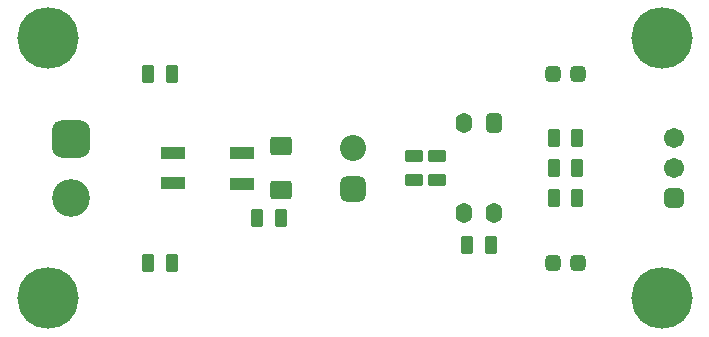
<source format=gts>
G04*
G04 #@! TF.GenerationSoftware,Altium Limited,Altium Designer,21.2.1 (34)*
G04*
G04 Layer_Color=8388736*
%FSTAX24Y24*%
%MOIN*%
G70*
G04*
G04 #@! TF.SameCoordinates,4D214268-C68C-41DA-8F6C-8B02532A8417*
G04*
G04*
G04 #@! TF.FilePolarity,Negative*
G04*
G01*
G75*
G04:AMPARAMS|DCode=22|XSize=59.1mil|YSize=39.4mil|CornerRadius=5.5mil|HoleSize=0mil|Usage=FLASHONLY|Rotation=90.000|XOffset=0mil|YOffset=0mil|HoleType=Round|Shape=RoundedRectangle|*
%AMROUNDEDRECTD22*
21,1,0.0591,0.0283,0,0,90.0*
21,1,0.0480,0.0394,0,0,90.0*
1,1,0.0110,0.0142,0.0240*
1,1,0.0110,0.0142,-0.0240*
1,1,0.0110,-0.0142,-0.0240*
1,1,0.0110,-0.0142,0.0240*
%
%ADD22ROUNDEDRECTD22*%
%ADD23R,0.0789X0.0415*%
G04:AMPARAMS|DCode=24|XSize=71.8mil|YSize=61.9mil|CornerRadius=9.4mil|HoleSize=0mil|Usage=FLASHONLY|Rotation=0.000|XOffset=0mil|YOffset=0mil|HoleType=Round|Shape=RoundedRectangle|*
%AMROUNDEDRECTD24*
21,1,0.0718,0.0432,0,0,0.0*
21,1,0.0530,0.0619,0,0,0.0*
1,1,0.0188,0.0265,-0.0216*
1,1,0.0188,-0.0265,-0.0216*
1,1,0.0188,-0.0265,0.0216*
1,1,0.0188,0.0265,0.0216*
%
%ADD24ROUNDEDRECTD24*%
G04:AMPARAMS|DCode=25|XSize=59.1mil|YSize=39.4mil|CornerRadius=5.5mil|HoleSize=0mil|Usage=FLASHONLY|Rotation=180.000|XOffset=0mil|YOffset=0mil|HoleType=Round|Shape=RoundedRectangle|*
%AMROUNDEDRECTD25*
21,1,0.0591,0.0283,0,0,180.0*
21,1,0.0480,0.0394,0,0,180.0*
1,1,0.0110,-0.0240,0.0142*
1,1,0.0110,0.0240,0.0142*
1,1,0.0110,0.0240,-0.0142*
1,1,0.0110,-0.0240,-0.0142*
%
%ADD25ROUNDEDRECTD25*%
G04:AMPARAMS|DCode=26|XSize=51.3mil|YSize=55.2mil|CornerRadius=14.8mil|HoleSize=0mil|Usage=FLASHONLY|Rotation=180.000|XOffset=0mil|YOffset=0mil|HoleType=Round|Shape=RoundedRectangle|*
%AMROUNDEDRECTD26*
21,1,0.0513,0.0256,0,0,180.0*
21,1,0.0217,0.0552,0,0,180.0*
1,1,0.0297,-0.0108,0.0128*
1,1,0.0297,0.0108,0.0128*
1,1,0.0297,0.0108,-0.0128*
1,1,0.0297,-0.0108,-0.0128*
%
%ADD26ROUNDEDRECTD26*%
%ADD27O,0.0552X0.0671*%
G04:AMPARAMS|DCode=28|XSize=67.1mil|YSize=55.2mil|CornerRadius=15.8mil|HoleSize=0mil|Usage=FLASHONLY|Rotation=270.000|XOffset=0mil|YOffset=0mil|HoleType=Round|Shape=RoundedRectangle|*
%AMROUNDEDRECTD28*
21,1,0.0671,0.0236,0,0,270.0*
21,1,0.0354,0.0552,0,0,270.0*
1,1,0.0316,-0.0118,-0.0177*
1,1,0.0316,-0.0118,0.0177*
1,1,0.0316,0.0118,0.0177*
1,1,0.0316,0.0118,-0.0177*
%
%ADD28ROUNDEDRECTD28*%
G04:AMPARAMS|DCode=29|XSize=126.1mil|YSize=126.1mil|CornerRadius=33.5mil|HoleSize=0mil|Usage=FLASHONLY|Rotation=90.000|XOffset=0mil|YOffset=0mil|HoleType=Round|Shape=RoundedRectangle|*
%AMROUNDEDRECTD29*
21,1,0.1261,0.0591,0,0,90.0*
21,1,0.0591,0.1261,0,0,90.0*
1,1,0.0671,0.0295,0.0295*
1,1,0.0671,0.0295,-0.0295*
1,1,0.0671,-0.0295,-0.0295*
1,1,0.0671,-0.0295,0.0295*
%
%ADD29ROUNDEDRECTD29*%
%ADD30C,0.1261*%
G04:AMPARAMS|DCode=31|XSize=86.7mil|YSize=86.7mil|CornerRadius=23.7mil|HoleSize=0mil|Usage=FLASHONLY|Rotation=270.000|XOffset=0mil|YOffset=0mil|HoleType=Round|Shape=RoundedRectangle|*
%AMROUNDEDRECTD31*
21,1,0.0867,0.0394,0,0,270.0*
21,1,0.0394,0.0867,0,0,270.0*
1,1,0.0474,-0.0197,-0.0197*
1,1,0.0474,-0.0197,0.0197*
1,1,0.0474,0.0197,0.0197*
1,1,0.0474,0.0197,-0.0197*
%
%ADD31ROUNDEDRECTD31*%
%ADD32C,0.0867*%
%ADD33C,0.0671*%
G04:AMPARAMS|DCode=34|XSize=67.1mil|YSize=67.1mil|CornerRadius=18.8mil|HoleSize=0mil|Usage=FLASHONLY|Rotation=90.000|XOffset=0mil|YOffset=0mil|HoleType=Round|Shape=RoundedRectangle|*
%AMROUNDEDRECTD34*
21,1,0.0671,0.0295,0,0,90.0*
21,1,0.0295,0.0671,0,0,90.0*
1,1,0.0375,0.0148,0.0148*
1,1,0.0375,0.0148,-0.0148*
1,1,0.0375,-0.0148,-0.0148*
1,1,0.0375,-0.0148,0.0148*
%
%ADD34ROUNDEDRECTD34*%
%ADD35C,0.2049*%
D22*
X036122Y037697D02*
D03*
X036909D02*
D03*
X033268Y03622D02*
D03*
X03248D02*
D03*
X04311Y036811D02*
D03*
X043898D02*
D03*
X04679Y03937D02*
D03*
X046003D02*
D03*
X03248Y04252D02*
D03*
X033268D02*
D03*
X046003Y04037D02*
D03*
X04679D02*
D03*
X046003Y03837D02*
D03*
X04679D02*
D03*
D23*
X033297Y03887D02*
D03*
Y03987D02*
D03*
X0356D02*
D03*
Y038858D02*
D03*
D24*
X036909Y03864D02*
D03*
Y0401D02*
D03*
D25*
X042126Y039764D02*
D03*
Y038976D02*
D03*
X041339D02*
D03*
Y039764D02*
D03*
D26*
X045983Y03622D02*
D03*
X04681D02*
D03*
Y04252D02*
D03*
X045983D02*
D03*
D27*
X044004Y03787D02*
D03*
X043004D02*
D03*
Y04087D02*
D03*
D28*
X044004D02*
D03*
D29*
X029921Y040354D02*
D03*
D30*
Y038386D02*
D03*
D31*
X039298Y038681D02*
D03*
D32*
Y040059D02*
D03*
D33*
X05Y04037D02*
D03*
Y03937D02*
D03*
D34*
Y03837D02*
D03*
D35*
X029134Y035039D02*
D03*
X029134Y043701D02*
D03*
X049606Y043701D02*
D03*
Y035039D02*
D03*
M02*

</source>
